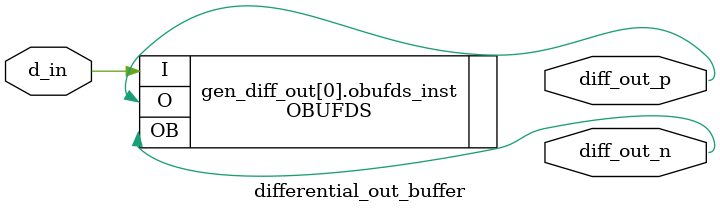
<source format=v>
`timescale 1ns / 1ps

module differential_out_buffer #
(
  parameter integer DIFF_BUFFER_WIDTH = 1
)
(
  input   wire  [DIFF_BUFFER_WIDTH-1:0]   d_in,
  output  wire  [DIFF_BUFFER_WIDTH-1:0]   diff_out_p,
  output  wire  [DIFF_BUFFER_WIDTH-1:0]   diff_out_n
);

// Generate DIFF_BUFFER_WIDTH number of the Xilinx OBUFDS primitives
genvar i;
generate
  for (i = 0; i < DIFF_BUFFER_WIDTH; i = i + 1)
  begin : gen_diff_out
    OBUFDS
    #(
      .IOSTANDARD("DEFAULT")
    )
    obufds_inst
    (
      .I(d_in[i]),
      .O(diff_out_p[i]),
      .OB(diff_out_n[i])
    );
  end
endgenerate

endmodule

</source>
